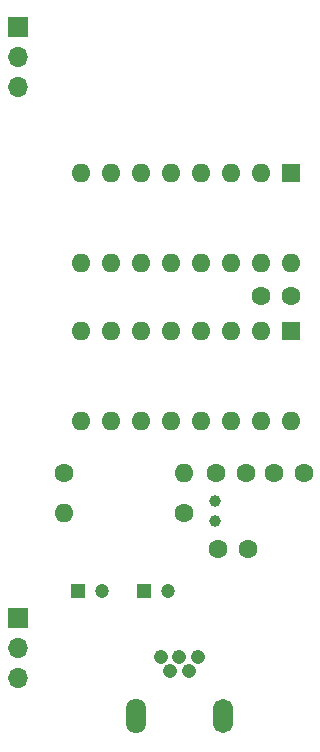
<source format=gts>
G04 #@! TF.GenerationSoftware,KiCad,Pcbnew,6.0.1-79c1e3a40b~116~ubuntu21.04.1*
G04 #@! TF.CreationDate,2022-02-15T17:09:18-05:00*
G04 #@! TF.ProjectId,signal_generator,7369676e-616c-45f6-9765-6e657261746f,rev?*
G04 #@! TF.SameCoordinates,Original*
G04 #@! TF.FileFunction,Soldermask,Top*
G04 #@! TF.FilePolarity,Negative*
%FSLAX46Y46*%
G04 Gerber Fmt 4.6, Leading zero omitted, Abs format (unit mm)*
G04 Created by KiCad (PCBNEW 6.0.1-79c1e3a40b~116~ubuntu21.04.1) date 2022-02-15 17:09:18*
%MOMM*%
%LPD*%
G01*
G04 APERTURE LIST*
%ADD10C,1.600000*%
%ADD11R,1.700000X1.700000*%
%ADD12O,1.700000X1.700000*%
%ADD13C,1.208000*%
%ADD14O,1.700000X2.900000*%
%ADD15O,1.700000X2.980000*%
%ADD16O,1.600000X1.600000*%
%ADD17R,1.600000X1.600000*%
%ADD18C,1.000000*%
%ADD19R,1.200000X1.200000*%
%ADD20C,1.200000*%
G04 APERTURE END LIST*
D10*
X104300000Y-110200000D03*
X106800000Y-110200000D03*
X104500000Y-116600000D03*
X107000000Y-116600000D03*
X111700000Y-110200000D03*
X109200000Y-110200000D03*
X108100000Y-95200000D03*
X110600000Y-95200000D03*
D11*
X87500000Y-72460000D03*
D12*
X87500000Y-75000000D03*
X87500000Y-77540000D03*
D11*
X87500000Y-122460000D03*
D12*
X87500000Y-125000000D03*
X87500000Y-127540000D03*
D13*
X99600000Y-125750000D03*
X100400000Y-126950000D03*
X101200000Y-125750000D03*
X102000000Y-126950000D03*
X102800000Y-125750000D03*
D14*
X104850000Y-130800000D03*
D15*
X97550000Y-130800000D03*
D10*
X91400000Y-110200000D03*
D16*
X101560000Y-110200000D03*
D10*
X101560000Y-113600000D03*
D16*
X91400000Y-113600000D03*
D17*
X110630000Y-98130000D03*
D16*
X108090000Y-98130000D03*
X105550000Y-98130000D03*
X103010000Y-98130000D03*
X100470000Y-98130000D03*
X97930000Y-98130000D03*
X95390000Y-98130000D03*
X92850000Y-98130000D03*
X92850000Y-105750000D03*
X95390000Y-105750000D03*
X97930000Y-105750000D03*
X100470000Y-105750000D03*
X103010000Y-105750000D03*
X105550000Y-105750000D03*
X108090000Y-105750000D03*
X110630000Y-105750000D03*
D17*
X110600000Y-84800000D03*
D16*
X108060000Y-84800000D03*
X105520000Y-84800000D03*
X102980000Y-84800000D03*
X100440000Y-84800000D03*
X97900000Y-84800000D03*
X95360000Y-84800000D03*
X92820000Y-84800000D03*
X92820000Y-92420000D03*
X95360000Y-92420000D03*
X97900000Y-92420000D03*
X100440000Y-92420000D03*
X102980000Y-92420000D03*
X105520000Y-92420000D03*
X108060000Y-92420000D03*
X110600000Y-92420000D03*
D18*
X104200000Y-114250000D03*
X104200000Y-112550000D03*
D19*
X92600000Y-120200000D03*
D20*
X94600000Y-120200000D03*
D19*
X98200000Y-120200000D03*
D20*
X100200000Y-120200000D03*
M02*

</source>
